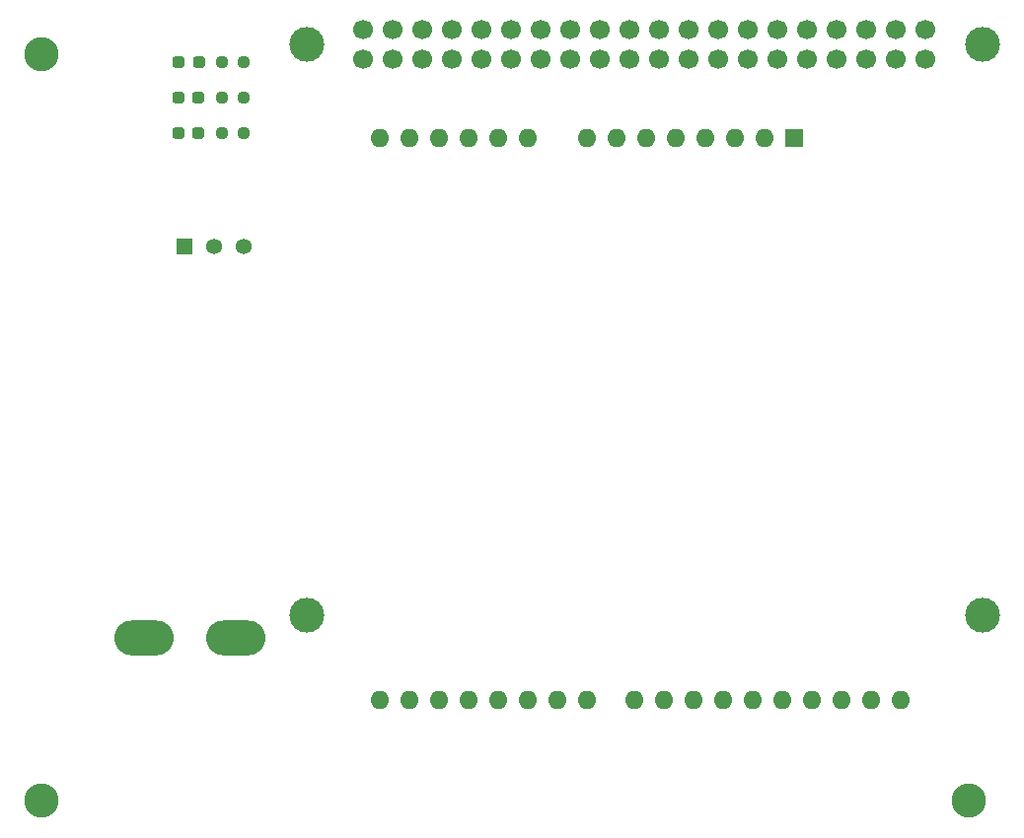
<source format=gts>
G04 #@! TF.GenerationSoftware,KiCad,Pcbnew,(6.0.10)*
G04 #@! TF.CreationDate,2023-05-10T15:48:35-05:00*
G04 #@! TF.ProjectId,DiffGPS_Hardware,44696666-4750-4535-9f48-617264776172,rev?*
G04 #@! TF.SameCoordinates,Original*
G04 #@! TF.FileFunction,Soldermask,Top*
G04 #@! TF.FilePolarity,Negative*
%FSLAX46Y46*%
G04 Gerber Fmt 4.6, Leading zero omitted, Abs format (unit mm)*
G04 Created by KiCad (PCBNEW (6.0.10)) date 2023-05-10 15:48:35*
%MOMM*%
%LPD*%
G01*
G04 APERTURE LIST*
G04 Aperture macros list*
%AMRoundRect*
0 Rectangle with rounded corners*
0 $1 Rounding radius*
0 $2 $3 $4 $5 $6 $7 $8 $9 X,Y pos of 4 corners*
0 Add a 4 corners polygon primitive as box body*
4,1,4,$2,$3,$4,$5,$6,$7,$8,$9,$2,$3,0*
0 Add four circle primitives for the rounded corners*
1,1,$1+$1,$2,$3*
1,1,$1+$1,$4,$5*
1,1,$1+$1,$6,$7*
1,1,$1+$1,$8,$9*
0 Add four rect primitives between the rounded corners*
20,1,$1+$1,$2,$3,$4,$5,0*
20,1,$1+$1,$4,$5,$6,$7,0*
20,1,$1+$1,$6,$7,$8,$9,0*
20,1,$1+$1,$8,$9,$2,$3,0*%
G04 Aperture macros list end*
%ADD10C,2.946400*%
%ADD11O,5.100000X3.000000*%
%ADD12RoundRect,0.237500X-0.287500X-0.237500X0.287500X-0.237500X0.287500X0.237500X-0.287500X0.237500X0*%
%ADD13RoundRect,0.237500X-0.250000X-0.237500X0.250000X-0.237500X0.250000X0.237500X-0.250000X0.237500X0*%
%ADD14C,3.000000*%
%ADD15C,1.700000*%
%ADD16RoundRect,0.237500X0.250000X0.237500X-0.250000X0.237500X-0.250000X-0.237500X0.250000X-0.237500X0*%
%ADD17R,1.358000X1.358000*%
%ADD18C,1.358000*%
%ADD19R,1.600000X1.600000*%
%ADD20O,1.600000X1.600000*%
G04 APERTURE END LIST*
D10*
X54808120Y-110291880D03*
D11*
X63627000Y-96330800D03*
X71501000Y-96330800D03*
D12*
X66538500Y-49887500D03*
X68288500Y-49887500D03*
D13*
X70311000Y-52935500D03*
X72136000Y-52935500D03*
D12*
X66538500Y-52935500D03*
X68288500Y-52935500D03*
D14*
X135531000Y-94343000D03*
X135531000Y-45343000D03*
X77531000Y-94343000D03*
X77531000Y-45343000D03*
D15*
X82401000Y-46613000D03*
X82401000Y-44073000D03*
X84941000Y-46613000D03*
X84941000Y-44073000D03*
X87481000Y-46613000D03*
X87481000Y-44073000D03*
X90021000Y-46613000D03*
X90021000Y-44073000D03*
X92561000Y-46613000D03*
X92561000Y-44073000D03*
X95101000Y-46613000D03*
X95101000Y-44073000D03*
X97641000Y-46613000D03*
X97641000Y-44073000D03*
X100181000Y-46613000D03*
X100181000Y-44073000D03*
X102721000Y-46613000D03*
X102721000Y-44073000D03*
X105261000Y-46613000D03*
X105261000Y-44073000D03*
X107801000Y-46613000D03*
X107801000Y-44073000D03*
X110341000Y-46613000D03*
X110341000Y-44073000D03*
X112881000Y-46613000D03*
X112881000Y-44073000D03*
X115421000Y-46613000D03*
X115421000Y-44073000D03*
X117961000Y-46613000D03*
X117961000Y-44073000D03*
X120501000Y-46613000D03*
X120501000Y-44073000D03*
X123041000Y-46613000D03*
X123041000Y-44073000D03*
X125581000Y-46613000D03*
X125581000Y-44073000D03*
X128121000Y-46613000D03*
X128121000Y-44073000D03*
X130661000Y-46613000D03*
X130661000Y-44073000D03*
D10*
X54808120Y-46172120D03*
D12*
X66557250Y-46839500D03*
X68307250Y-46839500D03*
D16*
X72136000Y-49887500D03*
X70311000Y-49887500D03*
D10*
X134421880Y-110291880D03*
D17*
X67056000Y-62710000D03*
D18*
X69596000Y-62710000D03*
X72136000Y-62710000D03*
D16*
X72154750Y-46839500D03*
X70329750Y-46839500D03*
D19*
X119380000Y-53340000D03*
D20*
X116840000Y-53340000D03*
X114300000Y-53340000D03*
X111760000Y-53340000D03*
X109220000Y-53340000D03*
X106680000Y-53340000D03*
X104140000Y-53340000D03*
X101600000Y-53340000D03*
X96520000Y-53340000D03*
X93980000Y-53340000D03*
X91440000Y-53340000D03*
X88900000Y-53340000D03*
X86360000Y-53340000D03*
X83820000Y-53340000D03*
X83820000Y-101600000D03*
X86360000Y-101600000D03*
X88900000Y-101600000D03*
X91440000Y-101600000D03*
X93980000Y-101600000D03*
X96520000Y-101600000D03*
X99060000Y-101600000D03*
X101600000Y-101600000D03*
X105660000Y-101600000D03*
X108200000Y-101600000D03*
X110740000Y-101600000D03*
X113280000Y-101600000D03*
X115820000Y-101600000D03*
X118360000Y-101600000D03*
X120900000Y-101600000D03*
X123440000Y-101600000D03*
X125980000Y-101600000D03*
X128520000Y-101600000D03*
M02*

</source>
